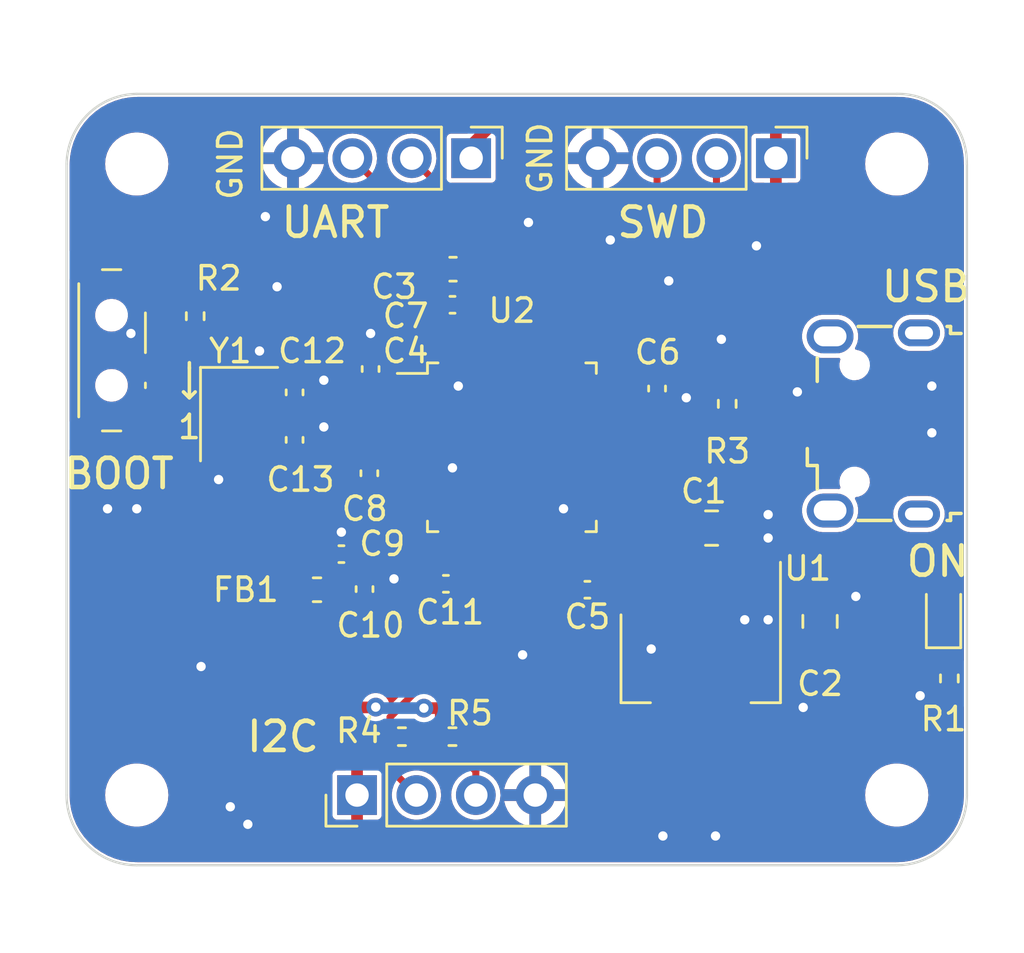
<source format=kicad_pcb>
(kicad_pcb (version 20211014) (generator pcbnew)
  (layers (0 "F.Cu" signal) (31 "B.Cu" power) (34 "B.Paste" user) (35 "F.Paste" user) (36 "B.SilkS" user "B.Silkscreen") (37 "F.SilkS" user "F.Silkscreen") (38 "B.Mask" user) (39 "F.Mask" user) (44 "Edge.Cuts" user))
  (net 0 "")
  (net 1 "VBUS")
  (net 2 "GND")
  (net 3 "+3.3V")
  (net 4 "+3.3VA")
  (net 5 "/NRST")
  (net 6 "/HSE_In")
  (net 7 "/HSE_Out")
  (net 8 "/PWR_LED_K")
  (net 9 "/USART1_TX")
  (net 10 "/USART1_RX")
  (net 11 "/I2C2_SCL")
  (net 12 "/I2C2_SDA")
  (net 13 "/SWDIO")
  (net 14 "/SWCLCK")
  (net 15 "/USB_D-")
  (net 16 "/USB_D+")
  (net 19 "/sw_boot0")
  (net 20 "Net-(R2-Pad2)")
  (footprint "Capacitor_SMD:C_0402_1005Metric" (layer "F.Cu") (at 69.5 64.52 90)
    (fp_text reference "C4" (at 0.77 1.5) (layer "F.SilkS"))
    (fp_text value "100n")
    (pad "1" smd roundrect (at -0.48 0 90) (size 0.56 0.62) (layers "F.Cu" "F.Paste" "F.Mask") (net 3 "+3.3V"))
    (pad "2" smd roundrect (at 0.48 0 90) (size 0.56 0.62) (layers "F.Cu" "F.Paste" "F.Mask") (net 2 "GND"))
  )
  (footprint "Capacitor_SMD:C_0805_2012Metric" (layer "F.Cu") (at 84.082 71.328)
    (fp_text reference "C1" (at -0.332 -1.578) (layer "F.SilkS"))
    (fp_text value "22u")
    (pad "1" smd roundrect (at -0.95 0) (size 1 1.45) (layers "F.Cu" "F.Paste" "F.Mask") (net 1 "VBUS"))
    (pad "2" smd roundrect (at 0.95 0) (size 1 1.45) (layers "F.Cu" "F.Paste" "F.Mask") (net 2 "GND"))
  )
  (footprint "Resistor_SMD:R_0402_1005Metric" (layer "F.Cu") (at 84.75 66.01 -90)
    (fp_text reference "R3" (at 2.03 0 180) (layer "F.SilkS"))
    (fp_text value "1k5")
    (pad "1" smd roundrect (at -0.51 0 270) (size 0.54 0.64) (layers "F.Cu" "F.Paste" "F.Mask") (net 3 "+3.3V"))
    (pad "2" smd roundrect (at 0.51 0 270) (size 0.54 0.64) (layers "F.Cu" "F.Paste" "F.Mask") (net 16 "/USB_D+"))
  )
  (footprint "Button_Switch_SMD:SW_SPDT_PCM12" (layer "F.Cu") (at 58.75 63.72 -90)
    (fp_text reference "SW1")
    (fp_text value "SW_SPDT")
    (pad "" np_thru_hole circle (at -1.5 0.33 270) (size 0.9 0.9) (drill 0.9) (layers *.Cu *.Mask))
    (pad "" smd rect (at -3.65 -0.78 270) (size 1 0.8) (layers "F.Cu" "F.Paste" "F.Mask"))
    (pad "" np_thru_hole circle (at 1.5 0.33 270) (size 0.9 0.9) (drill 0.9) (layers *.Cu *.Mask))
    (pad "" smd rect (at -3.65 1.43 270) (size 1 0.8) (layers "F.Cu" "F.Paste" "F.Mask"))
    (pad "" smd rect (at 3.65 -0.78 270) (size 1 0.8) (layers "F.Cu" "F.Paste" "F.Mask"))
    (pad "" smd rect (at 3.65 1.43 270) (size 1 0.8) (layers "F.Cu" "F.Paste" "F.Mask"))
    (pad "1" smd rect (at -2.25 -1.43 270) (size 0.7 1.5) (layers "F.Cu" "F.Paste" "F.Mask") (net 2 "GND"))
    (pad "2" smd rect (at 0.75 -1.43 270) (size 0.7 1.5) (layers "F.Cu" "F.Paste" "F.Mask") (net 19 "/sw_boot0"))
    (pad "3" smd rect (at 2.25 -1.43 270) (size 0.7 1.5) (layers "F.Cu" "F.Paste" "F.Mask") (net 3 "+3.3V"))
  )
  (footprint "Resistor_SMD:R_0402_1005Metric" (layer "F.Cu") (at 94.25 77.76 -90)
    (fp_text reference "R1" (at 1.74 0.25 180) (layer "F.SilkS"))
    (fp_text value "1k5")
    (pad "1" smd roundrect (at -0.51 0 270) (size 0.54 0.64) (layers "F.Cu" "F.Paste" "F.Mask") (net 8 "/PWR_LED_K"))
    (pad "2" smd roundrect (at 0.51 0 270) (size 0.54 0.64) (layers "F.Cu" "F.Paste" "F.Mask") (net 2 "GND"))
  )
  (footprint "LED_SMD:LED_0603_1608Metric" (layer "F.Cu") (at 94 74.9625 90)
    (fp_text reference "D1")
    (fp_text value "LED")
    (pad "1" smd roundrect (at -0.7875 0 90) (size 0.875 0.95) (layers "F.Cu" "F.Paste" "F.Mask") (net 8 "/PWR_LED_K"))
    (pad "2" smd roundrect (at 0.7875 0 90) (size 0.875 0.95) (layers "F.Cu" "F.Paste" "F.Mask") (net 3 "+3.3V"))
  )
  (footprint "Resistor_SMD:R_0402_1005Metric" (layer "F.Cu") (at 73 80.25)
    (fp_text reference "R5" (at 0.75 -1) (layer "F.SilkS"))
    (fp_text value "1k5")
    (pad "1" smd roundrect (at -0.51 0) (size 0.54 0.64) (layers "F.Cu" "F.Paste" "F.Mask") (net 3 "+3.3V"))
    (pad "2" smd roundrect (at 0.51 0) (size 0.54 0.64) (layers "F.Cu" "F.Paste" "F.Mask") (net 12 "/I2C2_SDA"))
  )
  (footprint "Connector_PinHeader_2.54mm:PinHeader_1x04_P2.54mm_Vertical" (layer "F.Cu") (at 68.92 82.75 90)
    (fp_text reference "J2")
    (fp_text value "Conn_01x04_Male")
    (pad "1" thru_hole rect (at 0 0 90) (size 1.7 1.7) (drill 1) (layers *.Cu *.Mask) (net 3 "+3.3V"))
    (pad "2" thru_hole oval (at 0 2.54 90) (size 1.7 1.7) (drill 1) (layers *.Cu *.Mask) (net 11 "/I2C2_SCL"))
    (pad "3" thru_hole oval (at 0 5.08 90) (size 1.7 1.7) (drill 1) (layers *.Cu *.Mask) (net 12 "/I2C2_SDA"))
    (pad "4" thru_hole oval (at 0 7.62 90) (size 1.7 1.7) (drill 1) (layers *.Cu *.Mask) (net 2 "GND"))
  )
  (footprint "Capacitor_SMD:C_0805_2012Metric" (layer "F.Cu") (at 88.719 75.32 90)
    (fp_text reference "C2" (at -2.667 0 180) (layer "F.SilkS"))
    (fp_text value "22u")
    (pad "1" smd roundrect (at -0.95 0 90) (size 1 1.45) (layers "F.Cu" "F.Paste" "F.Mask") (net 3 "+3.3V"))
    (pad "2" smd roundrect (at 0.95 0 90) (size 1 1.45) (layers "F.Cu" "F.Paste" "F.Mask") (net 2 "GND"))
  )
  (footprint "Package_QFP:LQFP-48_7x7mm_P0.5mm" (layer "F.Cu") (at 75.5422 67.8688)
    (fp_text reference "U2" (at 0 -5.85) (layer "F.SilkS"))
    (fp_text value "STM32F103C8T6")
    (pad "1" smd roundrect (at -4.1625 -2.75) (size 1.475 0.3) (layers "F.Cu" "F.Paste" "F.Mask") (net 3 "+3.3V"))
    (pad "2" smd roundrect (at -4.1625 -2.25) (size 1.475 0.3) (layers "F.Cu" "F.Paste" "F.Mask"))
    (pad "3" smd roundrect (at -4.1625 -1.75) (size 1.475 0.3) (layers "F.Cu" "F.Paste" "F.Mask"))
    (pad "4" smd roundrect (at -4.1625 -1.25) (size 1.475 0.3) (layers "F.Cu" "F.Paste" "F.Mask"))
    (pad "5" smd roundrect (at -4.1625 -0.75) (size 1.475 0.3) (layers "F.Cu" "F.Paste" "F.Mask") (net 6 "/HSE_In"))
    (pad "6" smd roundrect (at -4.1625 -0.25) (size 1.475 0.3) (layers "F.Cu" "F.Paste" "F.Mask") (net 7 "/HSE_Out"))
    (pad "7" smd roundrect (at -4.1625 0.25) (size 1.475 0.3) (layers "F.Cu" "F.Paste" "F.Mask") (net 5 "/NRST"))
    (pad "8" smd roundrect (at -4.1625 0.75) (size 1.475 0.3) (layers "F.Cu" "F.Paste" "F.Mask") (net 2 "GND"))
    (pad "9" smd roundrect (at -4.1625 1.25) (size 1.475 0.3) (layers "F.Cu" "F.Paste" "F.Mask") (net 4 "+3.3VA"))
    (pad "10" smd roundrect (at -4.1625 1.75) (size 1.475 0.3) (layers "F.Cu" "F.Paste" "F.Mask"))
    (pad "11" smd roundrect (at -4.1625 2.25) (size 1.475 0.3) (layers "F.Cu" "F.Paste" "F.Mask"))
    (pad "12" smd roundrect (at -4.1625 2.75) (size 1.475 0.3) (layers "F.Cu" "F.Paste" "F.Mask"))
    (pad "13" smd roundrect (at -2.75 4.1625) (size 0.3 1.475) (layers "F.Cu" "F.Paste" "F.Mask"))
    (pad "14" smd roundrect (at -2.25 4.1625) (size 0.3 1.475) (layers "F.Cu" "F.Paste" "F.Mask"))
    (pad "15" smd roundrect (at -1.75 4.1625) (size 0.3 1.475) (layers "F.Cu" "F.Paste" "F.Mask"))
    (pad "16" smd roundrect (at -1.25 4.1625) (size 0.3 1.475) (layers "F.Cu" "F.Paste" "F.Mask"))
    (pad "17" smd roundrect (at -0.75 4.1625) (size 0.3 1.475) (layers "F.Cu" "F.Paste" "F.Mask"))
    (pad "18" smd roundrect (at -0.25 4.1625) (size 0.3 1.475) (layers "F.Cu" "F.Paste" "F.Mask"))
    (pad "19" smd roundrect (at 0.25 4.1625) (size 0.3 1.475) (layers "F.Cu" "F.Paste" "F.Mask"))
    (pad "20" smd roundrect (at 0.75 4.1625) (size 0.3 1.475) (layers "F.Cu" "F.Paste" "F.Mask"))
    (pad "21" smd roundrect (at 1.25 4.1625) (size 0.3 1.475) (layers "F.Cu" "F.Paste" "F.Mask") (net 11 "/I2C2_SCL"))
    (pad "22" smd roundrect (at 1.75 4.1625) (size 0.3 1.475) (layers "F.Cu" "F.Paste" "F.Mask") (net 12 "/I2C2_SDA"))
    (pad "23" smd roundrect (at 2.25 4.1625) (size 0.3 1.475) (layers "F.Cu" "F.Paste" "F.Mask") (net 2 "GND"))
    (pad "24" smd roundrect (at 2.75 4.1625) (size 0.3 1.475) (layers "F.Cu" "F.Paste" "F.Mask") (net 3 "+3.3V"))
    (pad "25" smd roundrect (at 4.1625 2.75) (size 1.475 0.3) (layers "F.Cu" "F.Paste" "F.Mask"))
    (pad "26" smd roundrect (at 4.1625 2.25) (size 1.475 0.3) (layers "F.Cu" "F.Paste" "F.Mask"))
    (pad "27" smd roundrect (at 4.1625 1.75) (size 1.475 0.3) (layers "F.Cu" "F.Paste" "F.Mask"))
    (pad "28" smd roundrect (at 4.1625 1.25) (size 1.475 0.3) (layers "F.Cu" "F.Paste" "F.Mask"))
    (pad "29" smd roundrect (at 4.1625 0.75) (size 1.475 0.3) (layers "F.Cu" "F.Paste" "F.Mask"))
    (pad "30" smd roundrect (at 4.1625 0.25) (size 1.475 0.3) (layers "F.Cu" "F.Paste" "F.Mask"))
    (pad "31" smd roundrect (at 4.1625 -0.25) (size 1.475 0.3) (layers "F.Cu" "F.Paste" "F.Mask"))
    (pad "32" smd roundrect (at 4.1625 -0.75) (size 1.475 0.3) (layers "F.Cu" "F.Paste" "F.Mask") (net 15 "/USB_D-"))
    (pad "33" smd roundrect (at 4.1625 -1.25) (size 1.475 0.3) (layers "F.Cu" "F.Paste" "F.Mask") (net 16 "/USB_D+"))
    (pad "34" smd roundrect (at 4.1625 -1.75) (size 1.475 0.3) (layers "F.Cu" "F.Paste" "F.Mask") (net 13 "/SWDIO"))
    (pad "35" smd roundrect (at 4.1625 -2.25) (size 1.475 0.3) (layers "F.Cu" "F.Paste" "F.Mask") (net 2 "GND"))
    (pad "36" smd roundrect (at 4.1625 -2.75) (size 1.475 0.3) (layers "F.Cu" "F.Paste" "F.Mask") (net 3 "+3.3V"))
    (pad "37" smd roundrect (at 2.75 -4.1625) (size 0.3 1.475) (layers "F.Cu" "F.Paste" "F.Mask") (net 14 "/SWCLCK"))
    (pad "38" smd roundrect (at 2.25 -4.1625) (size 0.3 1.475) (layers "F.Cu" "F.Paste" "F.Mask"))
    (pad "39" smd roundrect (at 1.75 -4.1625) (size 0.3 1.475) (layers "F.Cu" "F.Paste" "F.Mask"))
    (pad "40" smd roundrect (at 1.25 -4.1625) (size 0.3 1.475) (layers "F.Cu" "F.Paste" "F.Mask"))
    (pad "41" smd roundrect (at 0.75 -4.1625) (size 0.3 1.475) (layers "F.Cu" "F.Paste" "F.Mask"))
    (pad "42" smd roundrect (at 0.25 -4.1625) (size 0.3 1.475) (layers "F.Cu" "F.Paste" "F.Mask") (net 9 "/USART1_TX"))
    (pad "43" smd roundrect (at -0.25 -4.1625) (size 0.3 1.475) (layers "F.Cu" "F.Paste" "F.Mask") (net 10 "/USART1_RX"))
    (pad "44" smd roundrect (at -0.75 -4.1625) (size 0.3 1.475) (layers "F.Cu" "F.Paste" "F.Mask") (net 20 "Net-(R2-Pad2)"))
    (pad "45" smd roundrect (at -1.25 -4.1625) (size 0.3 1.475) (layers "F.Cu" "F.Paste" "F.Mask"))
    (pad "46" smd roundrect (at -1.75 -4.1625) (size 0.3 1.475) (layers "F.Cu" "F.Paste" "F.Mask"))
    (pad "47" smd roundrect (at -2.25 -4.1625) (size 0.3 1.475) (layers "F.Cu" "F.Paste" "F.Mask") (net 2 "GND"))
    (pad "48" smd roundrect (at -2.75 -4.1625) (size 0.3 1.475) (layers "F.Cu" "F.Paste" "F.Mask") (net 3 "+3.3V"))
  )
  (footprint "Capacitor_SMD:C_0402_1005Metric" (layer "F.Cu") (at 66.25 67.552 90)
    (fp_text reference "C13" (at -1.698 0.25 180) (layer "F.SilkS"))
    (fp_text value "10pF")
    (pad "1" smd roundrect (at -0.48 0 90) (size 0.56 0.62) (layers "F.Cu" "F.Paste" "F.Mask") (net 7 "/HSE_Out"))
    (pad "2" smd roundrect (at 0.48 0 90) (size 0.56 0.62) (layers "F.Cu" "F.Paste" "F.Mask") (net 2 "GND"))
  )
  (footprint "MountingHole:MountingHole_2.2mm_M2" (layer "F.Cu") (at 92 82.75)
    (fp_text reference "H4")
    (fp_text value "MountingHole")
    (pad "" np_thru_hole circle (at 0 0) (size 2.2 2.2) (drill 2.2) (layers F&B.Cu *.Mask))
  )
  (footprint "Resistor_SMD:R_0402_1005Metric" (layer "F.Cu") (at 62 62.26 90)
    (fp_text reference "R2" (at 1.6188 1 180) (layer "F.SilkS"))
    (fp_text value "10k")
    (pad "1" smd roundrect (at -0.51 0 90) (size 0.54 0.64) (layers "F.Cu" "F.Paste" "F.Mask") (net 19 "/sw_boot0"))
    (pad "2" smd roundrect (at 0.51 0 90) (size 0.54 0.64) (layers "F.Cu" "F.Paste" "F.Mask") (net 20 "Net-(R2-Pad2)"))
  )
  (footprint "Capacitor_SMD:C_0603_1608Metric" (layer "F.Cu") (at 73.025 60.25)
    (fp_text reference "C3" (at -2.525 0.75) (layer "F.SilkS"))
    (fp_text value "10u")
    (pad "1" smd roundrect (at -0.775 0) (size 0.9 0.95) (layers "F.Cu" "F.Paste" "F.Mask") (net 3 "+3.3V"))
    (pad "2" smd roundrect (at 0.775 0) (size 0.9 0.95) (layers "F.Cu" "F.Paste" "F.Mask") (net 2 "GND"))
  )
  (footprint "Capacitor_SMD:C_0402_1005Metric" (layer "F.Cu") (at 68.2524 72.4408)
    (fp_text reference "C9" (at 1.7476 -0.4408) (layer "F.SilkS"))
    (fp_text value "1u")
    (pad "1" smd roundrect (at -0.48 0) (size 0.56 0.62) (layers "F.Cu" "F.Paste" "F.Mask") (net 4 "+3.3VA"))
    (pad "2" smd roundrect (at 0.48 0) (size 0.56 0.62) (layers "F.Cu" "F.Paste" "F.Mask") (net 2 "GND"))
  )
  (footprint "Capacitor_SMD:C_0402_1005Metric" (layer "F.Cu") (at 66.25 65.52 90)
    (fp_text reference "C12" (at 1.77 0.75 180) (layer "F.SilkS"))
    (fp_text value "10pF")
    (pad "1" smd roundrect (at -0.48 0 90) (size 0.56 0.62) (layers "F.Cu" "F.Paste" "F.Mask") (net 6 "/HSE_In"))
    (pad "2" smd roundrect (at 0.48 0 90) (size 0.56 0.62) (layers "F.Cu" "F.Paste" "F.Mask") (net 2 "GND"))
  )
  (footprint "Capacitor_SMD:C_0402_1005Metric" (layer "F.Cu") (at 69.2404 73.9368 90)
    (fp_text reference "C10" (at -1.552 0.254 180) (layer "F.SilkS"))
    (fp_text value "1u")
    (pad "1" smd roundrect (at -0.48 0 90) (size 0.56 0.62) (layers "F.Cu" "F.Paste" "F.Mask") (net 3 "+3.3V"))
    (pad "2" smd roundrect (at 0.48 0 90) (size 0.56 0.62) (layers "F.Cu" "F.Paste" "F.Mask") (net 2 "GND"))
  )
  (footprint "MountingHole:MountingHole_2.2mm_M2" (layer "F.Cu") (at 92 55.75)
    (fp_text reference "H4")
    (fp_text value "MountingHole")
    (pad "" np_thru_hole circle (at 0 0) (size 2.2 2.2) (drill 2.2) (layers F&B.Cu *.Mask))
  )
  (footprint "Capacitor_SMD:C_0402_1005Metric" (layer "F.Cu") (at 78.77 73.9648 180)
    (fp_text reference "C5" (at 0 -1.16) (layer "F.SilkS"))
    (fp_text value "100n")
    (pad "1" smd roundrect (at -0.48 0 180) (size 0.56 0.62) (layers "F.Cu" "F.Paste" "F.Mask") (net 3 "+3.3V"))
    (pad "2" smd roundrect (at 0.48 0 180) (size 0.56 0.62) (layers "F.Cu" "F.Paste" "F.Mask") (net 2 "GND"))
  )
  (footprint "MountingHole:MountingHole_2.2mm_M2" (layer "F.Cu") (at 59.5 82.75)
    (fp_text reference "H4")
    (fp_text value "MountingHole")
    (pad "" np_thru_hole circle (at 0 0) (size 2.2 2.2) (drill 2.2) (layers F&B.Cu *.Mask))
  )
  (footprint "Capacitor_SMD:C_0402_1005Metric" (layer "F.Cu") (at 81.75 65.3568 -90)
    (fp_text reference "C6" (at -1.552 -0.028 180) (layer "F.SilkS"))
    (fp_text value "100n")
    (pad "1" smd roundrect (at -0.48 0 270) (size 0.56 0.62) (layers "F.Cu" "F.Paste" "F.Mask") (net 3 "+3.3V"))
    (pad "2" smd roundrect (at 0.48 0 270) (size 0.56 0.62) (layers "F.Cu" "F.Paste" "F.Mask") (net 2 "GND"))
  )
  (footprint "Capacitor_SMD:C_0402_1005Metric" (layer "F.Cu") (at 73.0022 61.7728 180)
    (fp_text reference "C7" (at 2.0022 -0.4772) (layer "F.SilkS"))
    (fp_text value "100n")
    (pad "1" smd roundrect (at -0.48 0 180) (size 0.56 0.62) (layers "F.Cu" "F.Paste" "F.Mask") (net 2 "GND"))
    (pad "2" smd roundrect (at 0.48 0 180) (size 0.56 0.62) (layers "F.Cu" "F.Paste" "F.Mask") (net 3 "+3.3V"))
  )
  (footprint "MountingHole:MountingHole_2.2mm_M2" (layer "F.Cu") (at 59.5 55.75)
    (fp_text reference "H4")
    (fp_text value "MountingHole")
    (pad "" np_thru_hole circle (at 0 0) (size 2.2 2.2) (drill 2.2) (layers F&B.Cu *.Mask))
  )
  (footprint "Capacitor_SMD:C_0402_1005Metric" (layer "F.Cu") (at 69.4462 68.98 90)
    (fp_text reference "C8" (at -1.52 -0.1962 180) (layer "F.SilkS"))
    (fp_text value "10n")
    (pad "1" smd roundrect (at -0.48 0 90) (size 0.56 0.62) (layers "F.Cu" "F.Paste" "F.Mask") (net 4 "+3.3VA"))
    (pad "2" smd roundrect (at 0.48 0 90) (size 0.56 0.62) (layers "F.Cu" "F.Paste" "F.Mask") (net 2 "GND"))
  )
  (footprint "Capacitor_SMD:C_0402_1005Metric" (layer "F.Cu") (at 72.7202 73.7108)
    (fp_text reference "C11" (at 0.1778 1.2192 180) (layer "F.SilkS"))
    (fp_text value "100n")
    (pad "1" smd roundrect (at -0.48 0) (size 0.56 0.62) (layers "F.Cu" "F.Paste" "F.Mask") (net 5 "/NRST"))
    (pad "2" smd roundrect (at 0.48 0) (size 0.56 0.62) (layers "F.Cu" "F.Paste" "F.Mask") (net 2 "GND"))
  )
  (footprint "Connector_PinHeader_2.54mm:PinHeader_1x04_P2.54mm_Vertical" (layer "F.Cu") (at 73.8 55.5 -90)
    (fp_text reference "J1")
    (fp_text value "Conn_01x04_Male")
    (pad "1" thru_hole rect (at 0 0 270) (size 1.7 1.7) (drill 1) (layers *.Cu *.Mask) (net 3 "+3.3V"))
    (pad "2" thru_hole oval (at 0 2.54 270) (size 1.7 1.7) (drill 1) (layers *.Cu *.Mask) (net 9 "/USART1_TX"))
    (pad "3" thru_hole oval (at 0 5.08 270) (size 1.7 1.7) (drill 1) (layers *.Cu *.Mask) (net 10 "/USART1_RX"))
    (pad "4" thru_hole oval (at 0 7.62 270) (size 1.7 1.7) (drill 1) (layers *.Cu *.Mask) (net 2 "GND"))
  )
  (footprint "Package_TO_SOT_SMD:SOT-223-3_TabPin2" (layer "F.Cu") (at 83.617 76.889 -90)
    (fp_text reference "U1" (at -3.835 -4.572 180) (layer "F.SilkS"))
    (fp_text value "AMS1117-3.3")
    (pad "1" smd rect (at -3.15 -2.3 270) (size 2 1.5) (layers "F.Cu" "F.Paste" "F.Mask") (net 2 "GND"))
    (pad "2" smd rect (at 3.15 0 270) (size 2 3.8) (layers "F.Cu" "F.Paste" "F.Mask") (net 3 "+3.3V"))
    (pad "2" smd rect (at -3.15 0 270) (size 2 1.5) (layers "F.Cu" "F.Paste" "F.Mask") (net 3 "+3.3V"))
    (pad "3" smd rect (at -3.15 2.3 270) (size 2 1.5) (layers "F.Cu" "F.Paste" "F.Mask") (net 1 "VBUS"))
  )
  (footprint "Inductor_SMD:L_0603_1608Metric" (layer "F.Cu") (at 67.2084 73.9648)
    (fp_text reference "FB1" (at -3.048 0) (layer "F.SilkS"))
    (fp_text value "120R")
    (pad "1" smd roundrect (at -0.7875 0) (size 0.875 0.95) (layers "F.Cu" "F.Paste" "F.Mask") (net 4 "+3.3VA"))
    (pad "2" smd roundrect (at 0.7875 0) (size 0.875 0.95) (layers "F.Cu" "F.Paste" "F.Mask") (net 3 "+3.3V"))
  )
  (footprint "Crystal:Crystal_SMD_3225-4Pin_3.2x2.5mm" (layer "F.Cu") (at 63.876 66.452 -90)
    (fp_text reference "Y1" (at -2.702 0.376 180) (layer "F.SilkS"))
    (fp_text value "16MHz")
    (pad "1" smd rect (at -1.1 0.85 270) (size 1.4 1.2) (layers "F.Cu" "F.Paste" "F.Mask") (net 6 "/HSE_In"))
    (pad "2" smd rect (at 1.1 0.85 270) (size 1.4 1.2) (layers "F.Cu" "F.Paste" "F.Mask") (net 2 "GND"))
    (pad "3" smd rect (at 1.1 -0.85 270) (size 1.4 1.2) (layers "F.Cu" "F.Paste" "F.Mask") (net 7 "/HSE_Out"))
    (pad "4" smd rect (at -1.1 -0.85 270) (size 1.4 1.2) (layers "F.Cu" "F.Paste" "F.Mask") (net 2 "GND"))
  )
  (footprint "Connector_PinHeader_2.54mm:PinHeader_1x04_P2.54mm_Vertical" (layer "F.Cu") (at 86.83 55.5 -90)
    (fp_text reference "J3")
    (fp_text value "Conn_01x04_Male")
    (pad "1" thru_hole rect (at 0 0 270) (size 1.7 1.7) (drill 1) (layers *.Cu *.Mask) (net 3 "+3.3V"))
    (pad "2" thru_hole oval (at 0 2.54 270) (size 1.7 1.7) (drill 1) (layers *.Cu *.Mask) (net 13 "/SWDIO"))
    (pad "3" thru_hole oval (at 0 5.08 270) (size 1.7 1.7) (drill 1) (layers *.Cu *.Mask) (net 14 "/SWCLCK"))
    (pad "4" thru_hole oval (at 0 7.62 270) (size 1.7 1.7) (drill 1) (layers *.Cu *.Mask) (net 2 "GND"))
  )
  (footprint "Resistor_SMD:R_0402_1005Metric" (layer "F.Cu") (at 70.839 80.25 180)
    (fp_text reference "R4" (at 1.839 0.25) (layer "F.SilkS"))
    (fp_text value "1k5")
    (pad "1" smd roundrect (at -0.51 0 180) (size 0.54 0.64) (layers "F.Cu" "F.Paste" "F.Mask") (net 3 "+3.3V"))
    (pad "2" smd roundrect (at 0.51 0 180) (size 0.54 0.64) (layers "F.Cu" "F.Paste" "F.Mask") (net 11 "/I2C2_SCL"))
  )
  (footprint "Connector_USB:USB_Micro-B_Wuerth_629105150521" (layer "F.Cu") (at 91 66.85 90)
    (fp_text reference "J4")
    (fp_text value "USB_B_Micro")
    (pad "" np_thru_hole oval (at -2.5 -0.8 90) (size 0.8 0.8) (drill 0.8) (layers *.Cu *.Mask))
    (pad "" np_thru_hole oval (at 2.5 -0.8 90) (size 0.8 0.8) (drill 0.8) (layers *.Cu *.Mask))
    (pad "1" smd rect (at -1.3 -1.9 90) (size 0.45 1.3) (layers "F.Cu" "F.Paste" "F.Mask") (net 1 "VBUS"))
    (pad "2" smd rect (at -0.65 -1.9 90) (size 0.45 1.3) (layers "F.Cu" "F.Paste" "F.Mask") (net 15 "/USB_D-"))
    (pad "3" smd rect (at 0 -1.9 90) (size 0.45 1.3) (layers "F.Cu" "F.Paste" "F.Mask") (net 16 "/USB_D+"))
    (pad "4" smd rect (at 0.65 -1.9 90) (size 0.45 1.3) (layers "F.Cu" "F.Paste" "F.Mask"))
    (pad "5" smd rect (at 1.3 -1.9 90) (size 0.45 1.3) (layers "F.Cu" "F.Paste" "F.Mask") (net 2 "GND"))
    (pad "6" thru_hole oval (at -3.875 1.95 90) (size 1.15 1.8) (drill oval 0.55 1.2) (layers *.Cu *.Mask))
    (pad "6" thru_hole oval (at 3.875 1.95 90) (size 1.15 1.8) (drill oval 0.55 1.2) (layers *.Cu *.Mask))
    (pad "6" thru_hole oval (at 3.725 -1.85 90) (size 1.45 2) (drill oval 0.85 1.4) (layers *.Cu *.Mask))
    (pad "6" thru_hole oval (at -3.725 -1.85 90) (size 1.45 2) (drill oval 0.85 1.4) (layers *.Cu *.Mask))
  )
  (gr_line (start 61.5 65.5) (end 61.75 65.75) (layer "F.SilkS") (width 0.15))
  (gr_line (start 61.75 65.75) (end 61.5 65.5) (layer "F.SilkS") (width 0.15))
  (gr_line (start 61.75 64.452) (end 61.75 65.75) (layer "F.SilkS") (width 0.15))
  (gr_line (start 61.75 64.5) (end 61.75 64.25) (layer "F.SilkS") (width 0.15))
  (gr_line (start 61.75 65.75) (end 62 65.5) (layer "F.SilkS") (width 0.15))
  (gr_line (start 59.5 52.75) (end 92 52.75) (layer "Edge.Cuts") (width 0.1))
  (gr_line (start 92 85.75) (end 59.5 85.75) (layer "Edge.Cuts") (width 0.1))
  (gr_arc (start 95 82.75) (mid 94.12132 84.87132) (end 92 85.75) (layer "Edge.Cuts") (width 0.1))
  (gr_arc (start 56.5 55.75) (mid 57.392041 53.642041) (end 59.5 52.75) (layer "Edge.Cuts") (width 0.1))
  (gr_arc (start 59.5 85.75) (mid 57.377729 84.872271) (end 56.5 82.75) (layer "Edge.Cuts") (width 0.1))
  (gr_line (start 95 82.75) (end 95 55.75) (layer "Edge.Cuts") (width 0.1))
  (gr_line (start 56.5 82.75) (end 56.5 55.75) (layer "Edge.Cuts") (width 0.1))
  (gr_arc (start 92 52.75) (mid 94.138432 53.610205) (end 94.995493 55.749898) (layer "Edge.Cuts") (width 0.1))
  (gr_text "UART" (at 68 58.25) (layer "F.SilkS") (effects (font (size 1.25 1.25) (thickness 0.2))))
  (gr_text "BOOT" (at 58.75 69) (layer "F.SilkS") (effects (font (size 1.25 1.2) (thickness 0.2))))
  (gr_text "I2C" (at 65.75 80.25) (layer "F.SilkS") (effects (font (size 1.25 1.25) (thickness 0.2))))
  (gr_text "1" (at 61.75 67) (layer "F.SilkS") (effects (font (size 1 1))))
  (gr_text "USB" (at 93.25 61) (layer "F.SilkS") (effects (font (size 1.25 1.25) (thickness 0.2))))
  (gr_text "GND" (at 63.5 55.75 90) (layer "F.SilkS") (effects (font (size 1 1))))
  (gr_text "ON" (at 93.75 72.75) (layer "F.SilkS") (effects (font (size 1.25 1.25) (thickness 0.2))))
  (gr_text "SWD" (at 82 58.25) (layer "F.SilkS") (effects (font (size 1.25 1.25) (thickness 0.2))))
  (gr_text "GND\n" (at 76.75 55.5 90) (layer "F.SilkS") (effects (font (size 1 1))))
  (segment (start 70.25 68.5) (end 69.4462 68.5) (width 0.3) (layer "F.Cu") (net 2))
  (segment (start 77.7922 72.0313) (end 77.7922 73.0422) (width 0.3) (layer "F.Cu") (net 2))
  (segment (start 81.5868 66) (end 81.75 65.8368) (width 0.3) (layer "F.Cu") (net 2))
  (segment (start 73.8 60.25) (end 73.8 60.95) (width 0.5) (layer "F.Cu") (net 2))
  (segment (start 73.4822 61.7728) (end 73.4822 62.2678) (width 0.3) (layer "F.Cu") (net 2))
  (segment (start 66.25 67.072) (end 67.428 67.072) (width 0.5) (layer "F.Cu") (net 2))
  (segment (start 73.2922 62.5422) (end 73.2922 63) (width 0.3) (layer "F.Cu") (net 2))
  (segment (start 73.2002 73.7108) (end 73.25 73.7606) (width 0.25) (layer "F.Cu") (net 2))
  (segment (start 73.4822 62.2678) (end 73.25 62.5) (width 0.3) (layer "F.Cu") (net 2))
  (segment (start 67.428 67.072) (end 67.5 67) (width 0.5) (layer "F.Cu") (net 2))
  (segment (start 63.026 67.552) (end 63.026 69.224) (width 0.3) (layer "F.Cu") (net 2))
  (segment (start 70.3688 68.6188) (end 70.25 68.5) (width 0.3) (layer "F.Cu") (net 2))
  (segment (start 63.026 69.224) (end 63 69.25) (width 0.3) (layer "F.Cu") (net 2))
  (segment (start 82.9132 65.8368) (end 83 65.75) (width 0.3) (layer "F.Cu") (net 2))
  (segment (start 80.6188 65.6188) (end 81 66) (width 0.3) (layer "F.Cu") (net 2))
  (segment (start 79.7047 65.6188) (end 80.6188 65.6188) (width 0.3) (layer "F.Cu") (net 2))
  (segment (start 69.2404 73.4568) (end 70.4568 73.4568) (width 0.5) (layer "F.Cu") (net 2))
  (segment (start 73.4822 61.2678) (end 73.4822 61.7728) (width 0.5) (layer "F.Cu") (net 2))
  (segment (start 71.3797 68.6188) (end 70.3688 68.6188) (width 0.3) (layer "F.Cu") (net 2))
  (segment (start 78.29 73.54) (end 78.29 73.9648) (width 0.3) (layer "F.Cu") (net 2))
  (segment (start 64.726 63.774) (end 64.75 63.75) (width 0.3) (layer "F.Cu") (net 2))
  (segment (start 77.7922 73.0422) (end 78.29 73.54) (width 0.3) (layer "F.Cu") (net 2))
  (segment (start 81 66) (end 81.5868 66) (width 0.3) (layer "F.Cu") (net 2))
  (segment (start 77.7922 70.5422) (end 77.75 70.5) (width 0.3) (layer "F.Cu") (net 2))
  (segment (start 73.25 65.25) (end 73.2922 65.2078) (width 0.25) (layer "F.Cu") (net 2))
  (segment (start 87.8 65.55) (end 87.75 65.5) (width 0.3) (layer "F.Cu") (net 2))
  (segment (start 67.46 65.04) (end 67.5 65) (width 0.5) (layer "F.Cu") (net 2))
  (segment (start 70.4568 73.4568) (end 70.5 73.5) (width 0.5) (layer "F.Cu") (net 2))
  (segment (start 73.8 60.95) (end 73.4822 61.2678) (width 0.5) (layer "F.Cu") (net 2))
  (segment (start 68.7324 71.9824) (end 68.25 71.5) (width 0.3) (layer "F.Cu") (net 2))
  (segment (start 73.25 62.5) (end 73.2922 62.5422) (width 0.3) (layer "F.Cu") (net 2))
  (segment (start 72.8688 68.6188) (end 73 68.75) (width 0.3) (layer "F.Cu") (net 2))
  (segment (start 68.7324 72.4408) (end 68.7324 71.9824) (width 0.3) (layer "F.Cu") (net 2))
  (via (at 70.5 73.5) (size 0.8) (drill 0.4) (layers "F.Cu" "B.Cu") (net 2))
  (via (at 86.5 71.75) (size 0.8) (drill 0.4) (layers "F.Cu" "B.Cu") (net 2))
  (via (at 88 79) (size 0.8) (drill 0.4) (layers "F.Cu" "B.Cu") (net 2))
  (via (at 69.5 63) (size 0.8) (drill 0.4) (layers "F.Cu" "B.Cu") (net 2))
  (via (at 63.5 83.25) (size 0.8) (drill 0.4) (layers "F.Cu" "B.Cu") (net 2))
  (via (at 84.25 84.5) (size 0.8) (drill 0.4) (layers "F.Cu" "B.Cu") (net 2))
  (via (at 82.25 60.75) (size 0.8) (drill 0.4) (layers "F.Cu" "B.Cu") (net 2))
  (via (at 93.5 67.25) (size 0.8) (drill 0.4) (layers "F.Cu" "B.Cu") (net 2))
  (via (at 87.75 65.5) (size 0.8) (drill 0.4) (layers "F.Cu" "B.Cu") (net 2))
  (via (at 83 65.75) (size 0.8) (drill 0.4) (layers "F.Cu" "B.Cu") (net 2))
  (via (at 58.25 70.5) (size 0.8) (drill 0.4) (layers "F.Cu" "B.Cu") (net 2))
  (via (at 67.5 65) (size 0.8) (drill 0.4) (layers "F.Cu" "B.Cu") (net 2))
  (via (at 64.75 63.75) (size 0.8) (drill 0.4) (layers "F.Cu" "B.Cu") (net 2))
  (via (at 86.5 70.75) (size 0.8) (drill 0.4) (layers "F.Cu" "B.Cu") (net 2))
  (via (at 63 69.25) (size 0.8) (drill 0.4) (layers "F.Cu" "B.Cu") (net 2))
  (via (at 85.5 75.25) (size 0.8) (drill 0.4) (layers "F.Cu" "B.Cu") (net 2))
  (via (at 67.5 67) (size 0.8) (drill 0.4) (layers "F.Cu" "B.Cu") (net 2))
  (via (at 73.25 65.25) (size 0.8) (drill 0.4) (layers "F.Cu" "B.Cu") (net 2))
  (via (at 86.5 75.25) (size 0.8) (drill 0.4) (layers "F.Cu" "B.Cu") (net 2))
  (via (at 59.5 70.5) (size 0.8) (drill 0.4) (layers "F.Cu" "B.Cu") (net 2))
  (via (at 68.25 71.5) (size 0.8) (drill 0.4) (layers "F.Cu" "B.Cu") (net 2))
  (via (at 79.75 59) (size 0.8) (drill 0.4) (layers "F.Cu" "B.Cu") (net 2))
  (via (at 76.25 58.25) (size 0.8) (drill 0.4) (layers "F.Cu" "B.Cu") (net 2))
  (via (at 76 76.75) (size 0.8) (drill 0.4) (layers "F.Cu" "B.Cu") (net 2))
  (via (at 64.25 84) (size 0.8) (drill 0.4) (layers "F.Cu" "B.Cu") (net 2))
  (via (at 81.5 76.5) (size 0.8) (drill 0.4) (layers "F.Cu" "B.Cu") (net 2))
  (via (at 62.25 77.25) (size 0.8) (drill 0.4) (layers "F.Cu" "B.Cu") (net 2))
  (via (at 73 68.75) (size 0.8) (drill 0.4) (layers "F.Cu" "B.Cu") (net 2))
  (via (at 65.5 61) (size 0.8) (drill 0.4) (layers "F.Cu" "B.Cu") (net 2))
  (via (at 86 59.25) (size 0.8) (drill 0.4) (layers "F.Cu" "B.Cu") (net 2))
  (via (at 93.5 65.25) (size 0.8) (drill 0.4) (layers "F.Cu" "B.Cu") (net 2))
  (via (at 93 78.5) (size 0.8) (drill 0.4) (layers "F.Cu" "B.Cu") (net 2))
  (via (at 90.25 74.25) (size 0.8) (drill 0.4) (layers "F.Cu" "B.Cu") (net 2))
  (via (at 65 58) (size 0.8) (drill 0.4) (layers "F.Cu" "B.Cu") (net 2))
  (via (at 77.75 70.5) (size 0.8) (drill 0.4) (layers "F.Cu" "B.Cu") (net 2))
  (via (at 82 84.5) (size 0.8) (drill 0.4) (layers "F.Cu" "B.Cu") (net 2))
  (via (at 84.5 63.25) (size 0.8) (drill 0.4) (layers "F.Cu" "B.Cu") (net 2))
  (via (at 59.25 63) (size 0.8) (drill 0.4) (layers "F.Cu" "B.Cu") (net 2))
  (segment (start 64 82) (end 64 73) (width 0.5) (layer "F.Cu") (net 3))
  (segment (start 67.25 62.5) (end 68.5 62.5) (width 0.5) (layer "F.Cu") (net 3))
  (segment (start 90.27 76.27) (end 91.48 76.27) (width 0.5) (layer "F.Cu") (net 3))
  (segment (start 68.5 62.5) (end 68.65 62.65) (width 0.5) (layer "F.Cu") (net 3))
  (segment (start 88.875 58.375) (end 87.75 57.25) (width 0.5) (layer "F.Cu") (net 3))
  (segment (start 80.5 82.75) (end 79.25 81.5) (width 0.5) (layer "F.Cu") (net 3))
  (segment (start 60.18 65.97) (end 61.03 65.97) (width 0.5) (layer "F.Cu") (net 3))
  (segment (start 79.7047 65.1188) (end 80.8812 65.1188) (width 0.3) (layer "F.Cu") (net 3))
  (segment (start 61.75 65.25) (end 61.75 64) (width 0.5) (layer "F.Cu") (net 3))
  (segment (start 79.25 73.25) (end 79.25 73.9648) (width 0.3) (layer "F.Cu") (net 3))
  (segment (start 72.5222 61.2722) (end 72.5222 61.7728) (width 0.5) (layer "F.Cu") (net 3))
  (segment (start 61.03 65.97) (end 61.75 65.25) (width 0.5) (layer "F.Cu") (net 3))
  (segment (start 79.25 81.5) (end 79.25 73.9648) (width 0.5) (layer "F.Cu") (net 3))
  (segment (start 68.92 81.42) (end 67.5 80) (width 0.5) (layer "F.Cu") (net 3))
  (segment (start 67.5 79) (end 67.5 77.5) (width 0.5) (layer "F.Cu") (net 3))
  (segment (start 87.75 57.25) (end 87.25 57.25) (width 0.5) (layer "F.Cu") (net 3))
  (segment (start 72.25 60.25) (end 72.25 61) (width 0.5) (layer "F.Cu") (net 3))
  (segment (start 69.5 65) (end 69.5188 65.0188) (width 0.5) (layer "F.Cu") (net 3))
  (segment (start 72.25 61) (end 72.5222 61.2722) (width 0.5) (layer "F.Cu") (net 3))
  (segment (start 61.75 64) (end 62.26 63.49) (width 0.5) (layer "F.Cu") (net 3))
  (segment (start 78.5 73) (end 79 73) (width 0.3) (layer "F.Cu") (net 3))
  (segment (start 81.75 64.8768) (end 84.1268 64.8768) (width 0.5) (layer "F.Cu") (net 3))
  (segment (start 68.4479 74.4168) (end 67.9959 73.9648) (width 0.5) (layer "F.Cu") (net 3))
  (segment (start 72.5 62.5) (end 72.5 61.795) (width 0.3) (layer "F.Cu") (net 3))
  (segment (start 69.375 84.625) (end 69.25 84.5) (width 0.5) (layer "F.Cu") (net 3))
  (segment (start 92.325 74.175) (end 92.25 74.25) (width 0.5) (layer "F.Cu") (net 3))
  (segment (start 69.375 84.625) (end 68.92 84.17) (width 0.5) (layer "F.Cu") (net 3))
  (segment (start 81.1232 64.8768) (end 81.75 64.8768) (width 0.3) (layer "F.Cu") (net 3))
  (segment (start 92.25 73.25) (end 91.25 72.25) (width 0.5) (layer "F.Cu") (net 3))
  (segment (start 94 74.175) (end 92.325 74.175) (width 0.5) (layer "F.Cu") (net 3))
  (segment (start 68.92 84.17) (end 68.92 82.75) (width 0.5) (layer "F.Cu") (net 3))
  (segment (start 66.5 84.5) (end 64 82) (width 0.5) (layer "F.Cu") (net 3))
  (segment (start 69.5188 65.0188) (end 69.75 65.25) (width 0.3) (layer "F.Cu") (net 3))
  (segment (start 68.65 62.65) (end 68.65 64.334386) (width 0.5) (layer "F.Cu") (net 3))
  (segment (start 72.5 61.795) (end 72.5222 61.7728) (width 0.3) (layer "F.Cu") (net 3))
  (segment (start 63.417315 62.5) (end 67.25 62.5) (width 0.5) (layer "F.Cu") (net 3))
  (segment (start 80.8812 65.1188) (end 81.1232 64.8768) (width 0.3) (layer "F.Cu") (net 3))
  (segment (start 92 66.677208) (end 91.25 65.927208) (width 0.5) (layer "F.Cu") (net 3))
  (segment (start 85.25 65.5) (end 86.75 64) (width 0.5) (layer "F.Cu") (net 3))
  (segment (start 91.25 72.25) (end 91.25 70) (width 0.5) (layer "F.Cu") (net 3))
  (segment (start 88.625 58.375) (end 88.875 58.375) (width 0.3) (layer "F.Cu") (net 3))
  (segment (start 64 73) (end 61.5 70.5) (width 0.5) (layer "F.Cu") (net 3))
  (segment (start 90.27 78.48) (end 88 80.75) (width 0.5) (layer "F.Cu") (net 3))
  (segment (start 78.2922 72.7922) (end 78.5 73) (width 0.3) (layer "F.Cu") (net 3))
  (segment (start 72.7922 63.7063) (end 72.7922 62.7922) (width 0.3) (layer "F.Cu") (net 3))
  (segment (start 67.25 61.5) (end 67.25 62.5) (width 0.5) (layer "F.Cu") (net 3))
  (segment (start 69.2404 75.7596) (end 69.2404 74.4168) (width 0.5) (layer "F.Cu") (net 3))
  (segment (start 90.27 76.27) (end 90.27 78.48) (width 0.5) (layer "F.Cu") (net 3))
  (segment (start 91.25 65.927208) (end 91.25 60.75) (width 0.5) (layer "F.Cu") (net 3))
  (segment (start 61.5 67.29) (end 60.18 65.97) (width 0.5) (layer "F.Cu") (net 3))
  (segment (start 86.75 60.25) (end 88.625 58.375) (width 0.5) (layer "F.Cu") (net 3))
  (segment (start 68.65 64.334386) (end 69.315614 65) (width 0.5) (layer "F.Cu") (net 3))
  (segment (start 62.427315 63.49) (end 63.417315 62.5) (width 0.5) (layer "F.Cu") (net 3))
  (segment (start 91.25 60.75) (end 88.875 58.375) (width 0.5) (layer "F.Cu") (net 3))
  (segment (start 69.75 65.25) (end 70.3672 65.25) (width 0.3) (layer "F.Cu") (net 3))
  (segment (start 62.26 63.49) (end 62.427315 63.49) (width 0.5) (layer "F.Cu") (net 3))
  (segment (start 88 80.75) (end 88 81.75) (width 0.5) (layer "F.Cu") (net 3))
  (segment (start 92.25 75.5) (end 92.25 74.25) (width 0.5) (layer "F.Cu") (net 3))
  (segment (start 91.25 70) (end 92 69.25) (width 0.5) (layer "F.Cu") (net 3))
  (segment (start 67.5 77.5) (end 69.2404 75.7596) (width 0.5) (layer "F.Cu") (net 3))
  (segment (start 61.5 70.5) (end 61.5 67.29) (width 0.5) (layer "F.Cu") (net 3))
  (segment (start 88 81.75) (end 87 82.75) (width 0.5) (layer "F.Cu") (net 3))
  (segment (start 72.25 60.25) (end 68.5 60.25) (width 0.5) (layer "F.Cu") (net 3))
  (segment (start 68.92 82.75) (end 68.92 81.42) (width 0.5) (layer "F.Cu") (net 3))
  (segment (start 68.5 60.25) (end 67.25 61.5) (width 0.5) (layer "F.Cu") (net 3))
  (segment (start 69.704708 79) (end 67.5 79) (width 0.5) (layer "F.Cu") (net 3))
  (segment (start 78.2922 72.0313) (end 78.2922 72.7922) (width 0.3) (layer "F.Cu") (net 3))
  (segment (start 92.25 74.25) (end 92.25 73.25) (width 0.5) (layer "F.Cu") (net 3))
  (segment (start 86.75 64) (end 86.75 60.25) (width 0.5) (layer "F.Cu") (net 3))
  (segment (start 72.5 80.24) (end 72.49 80.25) (width 0.5) (layer "F.Cu") (net 3))
  (segment (start 69.25 84.5) (end 66.5 84.5) (width 0.5) (layer "F.Cu") (net 3))
  (segment (start 70.4984 65.1188) (end 71.3797 65.1188) (width 0.3) (layer "F.Cu") (net 3))
  (segment (start 71.349 80.25) (end 72.49 80.25) (width 0.5) (layer "F.Cu") (net 3))
  (segment (start 91.48 76.27) (end 92.25 75.5) (width 0.5) (layer "F.Cu") (net 3))
  (segment (start 73.8 55.5) (end 73.8 54.95) (width 0.5) (layer "F.Cu") (net 3))
  (segment (start 69.2404 74.4168) (end 68.4479 74.4168) (width 0.5) (layer "F.Cu") (net 3))
  (segment (start 72.5 79.029977) (end 71.779977 79.029977) (width 0.5) (layer "F.Cu") (net 3))
  (segment (start 84.75 65.5) (end 85.25 65.5) (width 0.3) (layer "F.Cu") (net 3))
  (segment (start 87 82.75) (end 80.5 82.75) (width 0.5) (layer "F.Cu") (net 3))
  (segment (start 67.5 80) (end 67.5 79) (width 0.5) (layer "F.Cu") (net 3))
  (segment (start 79 73) (end 79.25 73.25) (width 0.3) (layer "F.Cu") (net 3))
  (segment (start 88.719 76.27) (end 90.27 76.27) (width 0.5) (layer "F.Cu") (net 3))
  (segment (start 78.5 84.75) (end 69.5 84.75) (width 0.5) (layer "F.Cu") (net 3))
  (segment (start 72.5 79.029977) (end 72.5 80.24) (width 0.5) (layer "F.Cu") (net 3))
  (segment (start 69.718509 78.986199) (end 69.704708 79) (width 0.5) (layer "F.Cu") (net 3))
  (segment (start 69.315614 65) (end 69.5 65) (width 0.5) (layer "F.Cu") (net 3))
  (segment (start 84.1268 64.8768) (end 84.75 65.5) (width 0.5) (layer "F.Cu") (net 3))
  (segment (start 70.3672 65.25) (end 70.4984 65.1188) (width 0.3) (layer "F.Cu") (net 3))
  (segment (start 69.5 84.75) (end 69.375 84.625) (width 0.5) (layer "F.Cu") (net 3))
  (segment (start 73.8 54.95) (end 75.25 53.5) (width 0.5) (layer "F.Cu") (net 3))
  (segment (start 86.83 56.83) (end 86.83 55.5) (width 0.5) (layer "F.Cu") (net 3))
  (segment (start 87.25 57.25) (end 86.83 56.83) (width 0.5) (layer "F.Cu") (net 3))
  (segment (start 80.5 82.75) (end 78.5 84.75) (width 0.5) (layer "F.Cu") (net 3))
  (segment (start 92 69.25) (end 92 66.677208) (width 0.5) (layer "F.Cu") (net 3))
  (segment (start 86.83 54.33) (end 86.83 55.5) (width 0.5) (layer "F.Cu") (net 3))
  (segment (start 86 53.5) (end 86.83 54.33) (width 0.5) (layer "F.Cu") (net 3))
  (segment (start 75.25 53.5) (end 86 53.5) (width 0.5) (layer "F.Cu") (net 3))
  (segment (start 72.7922 62.7922) (end 72.5 62.5) (width 0.3) (layer "F.Cu") (net 3))
  (via (at 69.718509 78.986199) (size 0.8) (drill 0.4) (layers "F.Cu" "B.Cu") (net 3))
  (via (at 71.779977 79.029977) (size 0.8) (drill 0.4) (layers "F.Cu" "B.Cu") (net 3))
  (segment (start 69.718509 78.986199) (end 69.762287 79.029977) (width 0.5) (layer "B.Cu") (net 3))
  (segment (start 69.762287 79.029977) (end 71.779977 79.029977) (width 0.5) (layer "B.Cu") (net 3))
  (segment (start 68.54 69.46) (end 66.4209 71.5791) (width 0.5) (layer "F.Cu") (net 4))
  (segment (start 66.4209 71.5791) (end 66.4209 73.9648) (width 0.5) (layer "F.Cu") (net 4))
  (segment (start 70 69.5) (end 69.4862 69.5) (width 0.3) (layer "F.Cu") (net 4))
  (segment (start 69.4862 69.5) (end 69.4462 69.46) (width 0.3) (layer "F.Cu") (net 4))
  (segment (start 67.2826 72.4408) (end 67.7724 72.4408) (width 0.5) (layer "F.Cu") (net 4))
  (segment (start 70.3812 69.1188) (end 70 69.5) (width 0.3) (layer "F.Cu") (net 4))
  (segment (start 66.4209 71.5791) (end 67.2826 72.4408) (width 0.5) (layer "F.Cu") (net 4))
  (segment (start 71.3797 69.1188) (end 70.3812 69.1188) (width 0.3) (layer "F.Cu") (net 4))
  (segment (start 69.4462 69.46) (end 68.54 69.46) (width 0.5) (layer "F.Cu") (net 4))
  (segment (start 72.218241 68.1188) (end 71.3797 68.1188) (width 0.3) (layer "F.Cu") (net 5))
  (segment (start 72.2402 73.2402) (end 71.75 72.75) (width 0.3) (layer "F.Cu") (net 5))
  (segment (start 72.337041 68) (end 72.218241 68.1188) (width 0.3) (layer "F.Cu") (net 5))
  (segment (start 74.25 68.5) (end 73.75 68) (width 0.3) (layer "F.Cu") (net 5))
  (segment (start 71.75 71.734959) (end 74.25 69.234959) (width 0.3) (layer "F.Cu") (net 5))
  (segment (start 73.75 68) (end 72.337041 68) (width 0.3) (layer "F.Cu") (net 5))
  (segment (start 72.2402 73.7108) (end 72.2402 73.2402) (width 0.3) (layer "F.Cu") (net 5))
  (segment (start 71.75 72.75) (end 71.75 71.734959) (width 0.3) (layer "F.Cu") (net 5))
  (segment (start 74.25 69.234959) (end 74.25 68.5) (width 0.3) (layer "F.Cu") (net 5))
  (segment (start 70.3688 67.1188) (end 69.25 66) (width 0.3) (layer "F.Cu") (net 6))
  (segment (start 63.902 66.402) (end 63.026 65.526) (width 0.3) (layer "F.Cu") (net 6))
  (segment (start 71.3797 67.1188) (end 70.3688 67.1188) (width 0.3) (layer "F.Cu") (net 6))
  (segment (start 65.848 66.402) (end 63.902 66.402) (width 0.3) (layer "F.Cu") (net 6))
  (segment (start 66.25 66) (end 65.848 66.402) (width 0.3) (layer "F.Cu") (net 6))
  (segment (start 69.25 66) (end 66.25 66) (width 0.3) (layer "F.Cu") (net 6))
  (segment (start 63.026 65.526) (end 63.026 65.352) (width 0.3) (layer "F.Cu") (net 6))
  (segment (start 71.3797 67.6188) (end 69.1312 67.6188) (width 0.3) (layer "F.Cu") (net 7))
  (segment (start 69.1312 67.6188) (end 68.718 68.032) (width 0.3) (layer "F.Cu") (net 7))
  (segment (start 65.206 68.032) (end 64.726 67.552) (width 0.3) (layer "F.Cu") (net 7))
  (segment (start 66.25 68.032) (end 65.206 68.032) (width 0.3) (layer "F.Cu") (net 7))
  (segment (start 68.718 68.032) (end 66.25 68.032) (width 0.3) (layer "F.Cu") (net 7))
  (segment (start 94.25 75.75) (end 94.25 77.25) (width 0.3) (layer "F.Cu") (net 8))
  (segment (start 73.25 57.5) (end 77.5 57.5) (width 0.3) (layer "F.Cu") (net 9))
  (segment (start 75.7922 62.7078) (end 76 62.5) (width 0.3) (layer "F.Cu") (net 9))
  (segment (start 75.7922 63.7063) (end 75.7922 62.7078) (width 0.3) (layer "F.Cu") (net 9))
  (segment (start 73 57.25) (end 73.25 57.5) (width 0.3) (layer "F.Cu") (net 9))
  (segment (start 78.25 58.25) (end 77.5 57.5) (width 0.3) (layer "F.Cu") (net 9))
  (segment (start 76.75 62.5) (end 78.25 61) (width 0.3) (layer "F.Cu") (net 9))
  (segment (start 71.26 55.5) (end 73 57.24) (width 0.3) (layer "F.Cu") (net 9))
  (segment (start 78.25 61) (end 78.25 58.25) (width 0.3) (layer "F.Cu") (net 9))
  (segment (start 76 62.5) (end 76.75 62.5) (width 0.3) (layer "F.Cu") (net 9))
  (segment (start 73 57.24) (end 73 57.25) (width 0.3) (layer "F.Cu") (net 9))
  (segment (start 75 58.5) (end 71.72 58.5) (width 0.3) (layer "F.Cu") (net 10))
  (segment (start 76 61.75) (end 76 60.75) (width 0.3) (layer "F.Cu") (net 10))
  (segment (start 76.25 59.75) (end 75 58.5) (width 0.3) (layer "F.Cu") (net 10))
  (segment (start 75.2922 63.7063) (end 75.2922 62.4578) (width 0.3) (layer "F.Cu") (net 10))
  (segment (start 71.72 58.5) (end 68.72 55.5) (width 0.3) (layer "F.Cu") (net 10))
  (segment (start 75.2922 62.4578) (end 76 61.75) (width 0.3) (layer "F.Cu") (net 10))
  (segment (start 76 60.75) (end 76.25 60.5) (width 0.3) (layer "F.Cu") (net 10))
  (segment (start 76.25 60.5) (end 76.25 59.75) (width 0.3) (layer "F.Cu") (net 10))
  (segment (start 70.329 80.25) (end 70.329 81.619) (width 0.3) (layer "F.Cu") (net 11))
  (segment (start 76.7922 72.9578) (end 70.329 79.421) (width 0.3) (layer "F.Cu") (net 11))
  (segment (start 76.7922 72.0313) (end 76.7922 72.9578) (width 0.3) (layer "F.Cu") (net 11))
  (segment (start 70.329 79.421) (end 70.329 80.25) (width 0.3) (layer "F.Cu") (net 11))
  (segment (start 70.329 81.619) (end 71.46 82.75) (width 0.3) (layer "F.Cu") (net 11))
  (segment (start 74 82.75) (end 74 81.73) (width 0.3) (layer "F.Cu") (net 12))
  (segment (start 77.2922 73.2922) (end 77.66 73.66) (width 0.3) (layer "F.Cu") (net 12))
  (segment (start 77.66 78.09) (end 75.5 80.25) (width 0.3) (layer "F.Cu") (net 12))
  (segment (start 77.66 73.66) (end 77.66 78.09) (width 0.3) (layer "F.Cu") (net 12))
  (segment (start 75.5 80.25) (end 73.51 80.25) (width 0.3) (layer "F.Cu") (net 12))
  (segment (start 77.2922 72.0313) (end 77.2922 73.2922) (width 0.3) (layer "F.Cu") (net 12))
  (segment (start 74 81.73) (end 73.51 81.24) (width 0.3) (layer "F.Cu") (net 12))
  (segment (start 73.51 80.25) (end 73.51 81.24) (width 0.3) (layer "F.Cu") (net 12))
  (segment (start 80.5 64) (end 80.5 62.5) (width 0.3) (layer "F.Cu") (net 13))
  (segment (start 78.6172 64.867759) (end 78.984959 64.5) (width 0.3) (layer "F.Cu") (net 13))
  (segment (start 78.866159 66.1188) (end 78.6172 65.869841) (width 0.3) (layer "F.Cu") (net 13))
  (segment (start 80.5 62.5) (end 81 62) (width 0.3) (layer "F.Cu") (net 13))
  (segment (start 78.6172 65.869841) (end 78.6172 64.867759) (width 0.3) (layer "F.Cu") (net 13))
  (segment (start 80 64.5) (end 80.5 64) (width 0.3) (layer "F.Cu") (net 13))
  (segment (start 78.984959 64.5) (end 80 64.5) (width 0.3) (layer "F.Cu") (net 13))
  (segment (start 82.5 62) (end 84.29 60.21) (width 0.3) (layer "F.Cu") (net 13))
  (segment (start 79.7047 66.1188) (end 78.866159 66.1188) (width 0.3) (layer "F.Cu") (net 13))
  (segment (start 81 62) (end 82.5 62) (width 0.3) (layer "F.Cu") (net 13))
  (segment (start 84.29 60.21) (end 84.29 55.5) (width 0.3) (layer "F.Cu") (net 13))
  (segment (start 78.2922 63.7063) (end 78.2922 62.867759) (width 0.3) (layer "F.Cu") (net 14))
  (segment (start 78.2922 62.867759) (end 81.75 59.409959) (width 0.3) (layer "F.Cu") (net 14))
  (segment (start 81.75 59.409959) (end 81.75 55.5) (width 0.3) (layer "F.Cu") (net 14))
  (segment (start 79.7047 67.1188) (end 79.729699 67.093801) (width 0.2) (layer "F.Cu") (net 15))
  (segment (start 88.163631 67.375) (end 88.975 67.375) (width 0.2) (layer "F.Cu") (net 15))
  (segment (start 87.882432 67.093801) (end 88.163631 67.375) (width 0.2) (layer "F.Cu") (net 15))
  (segment (start 88.975 67.375) (end 89.1 67.5) (width 0.2) (layer "F.Cu") (net 15))
  (segment (start 79.729699 67.093801) (end 87.882432 67.093801) (width 0.2) (layer "F.Cu") (net 15))
  (segment (start 88.15 66.643799) (end 88.15 66.725) (width 0.2) (layer "F.Cu") (net 16))
  (segment (start 89.086397 66.85) (end 89.1 66.85) (width 0.2) (layer "F.Cu") (net 16))
  (segment (start 88.961397 66.725) (end 89.086397 66.85) (width 0.2) (layer "F.Cu") (net 16))
  (segment (start 79.7047 66.6188) (end 79.729699 66.643799) (width 0.2) (layer "F.Cu") (net 16))
  (segment (start 79.729699 66.643799) (end 88.15 66.643799) (width 0.2) (layer "F.Cu") (net 16))
  (segment (start 88.15 66.725) (end 88.961397 66.725) (width 0.2) (layer "F.Cu") (net 16))
  (segment (start 61.23 62.77) (end 60.18 63.82) (width 0.3) (layer "F.Cu") (net 19))
  (segment (start 60.18 63.82) (end 60.18 64.47) (width 0.3) (layer "F.Cu") (net 19))
  (segment (start 62 62.77) (end 61.23 62.77) (width 0.3) (layer "F.Cu") (net 19))
  (segment (start 62 59.5) (end 62 61.75) (width 0.3) (layer "F.Cu") (net 20))
  (segment (start 74.7922 59.954027) (end 74.75 59.911827) (width 0.3) (layer "F.Cu") (net 20))
  (segment (start 74.75 59.5) (end 74.5 59.25) (width 0.3) (layer "F.Cu") (net 20))
  (segment (start 74.7922 63.7063) (end 74.7922 59.954027) (width 0.3) (layer "F.Cu") (net 20))
  (segment (start 62.25 59.25) (end 62 59.5) (width 0.3) (layer "F.Cu") (net 20))
  (segment (start 74.5 59.25) (end 62.25 59.25) (width 0.3) (layer "F.Cu") (net 20))
  (segment (start 74.75 59.911827) (end 74.75 59.5) (width 0.3) (layer "F.Cu") (net 20))
  (zone (net 2) (net_name "GND") (layer "F.Cu") (name "PSUGND") (connect_pads yes (clearance 0.3)) (min_thickness 0.25) (fill yes (thermal_gap 0.508) (thermal_bridge_width 0.508))
    (polygon (pts (xy 87.050065 70.395969) (xy 87.000065 73.495969) (xy 90.75 73.5) (xy 90.75 74.75) (xy 90 75) (xy 89.5 75) (xy 87.389706 75) (xy 86.639706 76.25) (xy 85 76.25) (xy 85 72.5) (xy 84.5 72) (xy 84.5 70.25) (xy 86.3 70)))
  )
  (zone (net 1) (net_name "VBUS") (layer "F.Cu") (name "PSU+") (priority 1) (connect_pads yes (clearance 0.3)) (min_thickness 0.25) (fill yes (thermal_gap 0.508) (thermal_bridge_width 0.508))
    (polygon (pts (xy 90 68.5) (xy 88.5 68.5) (xy 86.5 69) (xy 84.75 69.5) (xy 84 70.25) (xy 84 72) (xy 82.25 72.25) (xy 82.25 75.25) (xy 80.25 75.25) (xy 80.25 72.75) (xy 82.25 71.5) (xy 82.25 70.5) (xy 82.5 70.5) (xy 83 70.25) (xy 84.5 69) (xy 86.75 68.25) (xy 88.25 68) (xy 90 68)))
  )
  (zone (net 3) (net_name "+3.3V") (layer "F.Cu") (name "PSU+") (priority 1) (connect_pads yes (clearance 0.3)) (min_thickness 0.25) (fill yes (thermal_gap 0.508) (thermal_bridge_width 0.508))
    (polygon (pts (xy 84.5 76.5) (xy 85 76.75) (xy 87 76.75) (xy 87.75 75.5) (xy 89.75 75.5) (xy 89.75 77) (xy 87.75 77) (xy 87 78) (xy 86 79) (xy 86 81.25) (xy 85.25 81.5) (xy 82 81.5) (xy 81.25 81.25) (xy 81.25 78.5) (xy 82.75 76.5) (xy 82.75 72.5) (xy 84.5 72.5)))
  )
  (zone (net 2) (net_name "GND") (layers F&B.Cu) (connect_pads (clearance 0.127)) (min_thickness 0.127) (fill yes (thermal_gap 0.5) (thermal_bridge_width 0.5))
    (polygon (pts (xy 95 85.75) (xy 56.5 85.75) (xy 56.5 52.75) (xy 95 52.75)))
  )
)
</source>
